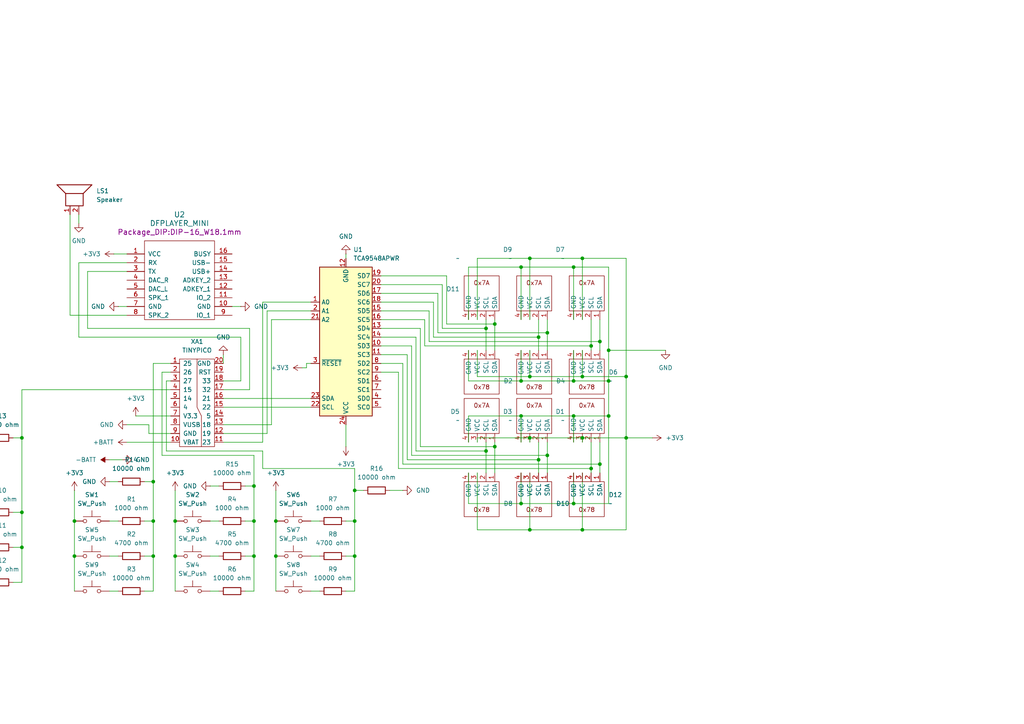
<source format=kicad_sch>
(kicad_sch (version 20250114) (generator "eeschema") (generator_version "9.0")
  (paper "A4")
  (lib_symbols
    (symbol "Device:R" (pin_numbers (hide yes)) (pin_names (offset 0))
      (property "Reference" "R" (at 2.032 0 90))
      (property "Value" "R" (at 0 0 90))
      (symbol "R_0_1"
        (rectangle (start -1.016 -2.54) (end 1.016 2.54) (stroke (width 0.254)))
      )
      (symbol "R_1_1"
        (pin passive line (at 0 3.81 270) (length 1.27) (name "~") (number "1"))
        (pin passive line (at 0 -3.81 90) (length 1.27) (name "~") (number "2"))
      )
    )
    (symbol "Device:Speaker" (pin_names (offset 0) (hide yes))
      (property "Reference" "LS" (at 1.27 5.715 0))
      (property "Value" "Speaker" (at 1.27 3.81 0))
      (symbol "Speaker_0_0"
        (rectangle (start -2.54 1.27) (end 1.016 -3.81) (stroke (width 0.254)))
        (polyline (pts (xy 1.016 1.27) (xy 3.556 3.81) (xy 3.556 -6.35) (xy 1.016 -3.81)) (stroke (width 0.254)))
      )
      (symbol "Speaker_1_1"
        (pin input line (at -5.08 0 0) (length 2.54) (name "1") (number "1"))
        (pin input line (at -5.08 -2.54 0) (length 2.54) (name "2") (number "2"))
      )
    )
    (symbol "Display_Graphic:0.66in_I2C_display_0x78"
      (property "Reference" "D" (at 0 0 0))
      (symbol "0.66in_I2C_display_0x78_0_1"
        (rectangle (start -5.08 11.43) (end 5.08 1.27))
      )
      (symbol "0.66in_I2C_display_0x78_1_1"
        (text "0x78" (at 0 3.302 0) (effects (font (size 1.27 1.27))))
        (pin input line (at -3.81 13.97 270) (length 2.54) (name "GND") (number "4"))
        (pin input line (at -1.27 13.97 270) (length 2.54) (name "VCC") (number "3"))
        (pin input line (at 1.27 13.97 270) (length 2.54) (name "SCL") (number "2"))
        (pin input line (at 3.81 13.97 270) (length 2.54) (name "SDA") (number "1"))
      )
    )
    (symbol "Display_Graphic:0.66in_I2C_display_0x7A"
      (property "Reference" "D" (at 0 0 0))
      (symbol "0.66in_I2C_display_0x7A_0_1"
        (rectangle (start -5.08 11.43) (end 5.08 1.27))
      )
      (symbol "0.66in_I2C_display_0x7A_1_1"
        (text "0x7A" (at 0 3.302 0) (effects (font (size 1.27 1.27))))
        (pin input line (at -3.81 13.97 270) (length 2.54) (name "GND") (number "4"))
        (pin input line (at -1.27 13.97 270) (length 2.54) (name "VCC") (number "3"))
        (pin input line (at 1.27 13.97 270) (length 2.54) (name "SCL") (number "2"))
        (pin input line (at 3.81 13.97 270) (length 2.54) (name "SDA") (number "1"))
      )
    )
    (symbol "Interface_Expansion:TCA9548APWR"
      (property "Reference" "U" (at -7.62 21.59 0))
      (property "Value" "TCA9548APWR" (at 1.016 21.59 0))
      (symbol "TCA9548APWR_0_1"
        (rectangle (start -7.62 20.32) (end 7.62 -22.86) (stroke (width 0.254)) (fill (type background)))
      )
      (symbol "TCA9548APWR_1_1"
        (pin input line (at -10.16 17.78 0) (length 2.54) (name "SCL") (number "22"))
        (pin bidirectional line (at -10.16 15.24 0) (length 2.54) (name "SDA") (number "23"))
        (pin input line (at -10.16 5.08 0) (length 2.54) (name "~{RESET}") (number "3"))
        (pin input line (at -10.16 -7.62 0) (length 2.54) (name "A2") (number "21"))
        (pin input line (at -10.16 -10.16 0) (length 2.54) (name "A1") (number "2"))
        (pin input line (at -10.16 -12.7 0) (length 2.54) (name "A0") (number "1"))
        (pin power_in line (at 0 22.86 270) (length 2.54) (name "VCC") (number "24"))
        (pin power_in line (at 0 -25.4 90) (length 2.54) (name "GND") (number "12"))
        (pin output line (at 10.16 17.78 180) (length 2.54) (name "SC0") (number "5"))
        (pin bidirectional line (at 10.16 15.24 180) (length 2.54) (name "SD0") (number "4"))
        (pin output line (at 10.16 12.7 180) (length 2.54) (name "SC1") (number "7"))
        (pin bidirectional line (at 10.16 10.16 180) (length 2.54) (name "SD1") (number "6"))
        (pin output line (at 10.16 7.62 180) (length 2.54) (name "SC2") (number "9"))
        (pin bidirectional line (at 10.16 5.08 180) (length 2.54) (name "SD2") (number "8"))
        (pin output line (at 10.16 2.54 180) (length 2.54) (name "SC3") (number "11"))
        (pin bidirectional line (at 10.16 0 180) (length 2.54) (name "SD3") (number "10"))
        (pin output line (at 10.16 -2.54 180) (length 2.54) (name "SC4") (number "14"))
        (pin bidirectional line (at 10.16 -5.08 180) (length 2.54) (name "SD4") (number "13"))
        (pin output line (at 10.16 -7.62 180) (length 2.54) (name "SC5") (number "16"))
        (pin bidirectional line (at 10.16 -10.16 180) (length 2.54) (name "SD5") (number "15"))
        (pin output line (at 10.16 -12.7 180) (length 2.54) (name "SC6") (number "18"))
        (pin bidirectional line (at 10.16 -15.24 180) (length 2.54) (name "SD6") (number "17"))
        (pin output line (at 10.16 -17.78 180) (length 2.54) (name "SC7") (number "20"))
        (pin bidirectional line (at 10.16 -20.32 180) (length 2.54) (name "SD7") (number "19"))
      )
    )
    (symbol "RF_Module:TINYPICO" (pin_names (offset 1.016))
      (property "Reference" "XA" (at 7.62 7.62 0))
      (property "Value" "TINYPICO" (at 7.62 3.81 0))
      (symbol "TINYPICO_0_1"
        (rectangle (start 2.54 1.27) (end 12.7 -24.13))
        (polyline (pts (xy 8.89 -24.13) (xy 8.89 -15.24) (xy 7.62 -12.7) (xy 7.62 1.27)))
      )
      (symbol "TINYPICO_1_1"
        (pin unspecified line (at 0 0 0) (length 2.54) (name "25") (number "1"))
        (pin unspecified line (at 0 -2.54 0) (length 2.54) (name "26") (number "2"))
        (pin unspecified line (at 0 -5.08 0) (length 2.54) (name "27") (number "3"))
        (pin unspecified line (at 0 -7.62 0) (length 2.54) (name "15") (number "4"))
        (pin unspecified line (at 0 -10.16 0) (length 2.54) (name "14") (number "5"))
        (pin unspecified line (at 0 -12.7 0) (length 2.54) (name "4") (number "6"))
        (pin passive line (at 0 -15.24 0) (length 2.54) (name "V3.3") (number "7"))
        (pin passive line (at 0 -17.78 0) (length 2.54) (name "VUSB") (number "8"))
        (pin passive line (at 0 -20.32 0) (length 2.54) (name "GND") (number "9"))
        (pin passive line (at 0 -22.86 0) (length 2.54) (name "VBAT") (number "10"))
        (pin passive line (at 15.24 0 180) (length 2.54) (name "GND") (number "20"))
        (pin unspecified line (at 15.24 -2.54 180) (length 2.54) (name "RST") (number "19"))
        (pin unspecified line (at 15.24 -5.08 180) (length 2.54) (name "33") (number "18"))
        (pin unspecified line (at 15.24 -7.62 180) (length 2.54) (name "32") (number "17"))
        (pin unspecified line (at 15.24 -10.16 180) (length 2.54) (name "21") (number "16"))
        (pin unspecified line (at 15.24 -12.7 180) (length 2.54) (name "22") (number "15"))
        (pin unspecified line (at 15.24 -15.24 180) (length 2.54) (name "5") (number "14"))
        (pin unspecified line (at 15.24 -17.78 180) (length 2.54) (name "18") (number "13"))
        (pin unspecified line (at 15.24 -20.32 180) (length 2.54) (name "19") (number "12"))
        (pin unspecified line (at 15.24 -22.86 180) (length 2.54) (name "23") (number "11"))
      )
    )
    (symbol "Rur Library.kicad:DFPLAYER_MINI" (pin_names (offset 1.016))
      (property "Reference" "U" (at 0 -6.35 0))
      (property "Value" "DFPLAYER_MINI" (at 0 11.43 0))
      (property "Footprint" "Package_DIP:DIP-16_W18.1mm" (at 0 0 0))
      (symbol "DFPLAYER_MINI_0_1"
        (rectangle (start -10.16 -10.16) (end 10.16 12.7))
      )
      (symbol "DFPLAYER_MINI_1_1"
        (pin input line (at -15.24 8.89 0) (length 5.08) (name "VCC") (number "1"))
        (pin input line (at -15.24 6.35 0) (length 5.08) (name "RX") (number "2"))
        (pin input line (at -15.24 3.81 0) (length 5.08) (name "TX") (number "3"))
        (pin input line (at -15.24 1.27 0) (length 5.08) (name "DAC_R") (number "4"))
        (pin input line (at -15.24 -1.27 0) (length 5.08) (name "DAC_L") (number "5"))
        (pin input line (at -15.24 -3.81 0) (length 5.08) (name "SPK_1") (number "6"))
        (pin input line (at -15.24 -6.35 0) (length 5.08) (name "GND") (number "7"))
        (pin input line (at -15.24 -8.89 0) (length 5.08) (name "SPK_2") (number "8"))
        (pin input line (at 15.24 8.89 180) (length 5.08) (name "BUSY") (number "16"))
        (pin input line (at 15.24 6.35 180) (length 5.08) (name "USB-") (number "15"))
        (pin input line (at 15.24 3.81 180) (length 5.08) (name "USB+") (number "14"))
        (pin input line (at 15.24 1.27 180) (length 5.08) (name "ADKEY_2") (number "13"))
        (pin input line (at 15.24 -1.27 180) (length 5.08) (name "ADKEY_1") (number "12"))
        (pin input line (at 15.24 -3.81 180) (length 5.08) (name "IO_2") (number "11"))
        (pin input line (at 15.24 -6.35 180) (length 5.08) (name "GND") (number "10"))
        (pin input line (at 15.24 -8.89 180) (length 5.08) (name "IO_1") (number "9"))
      )
    )
    (symbol "Switch:SW_Push" (pin_numbers (hide yes)) (pin_names (offset 1.016) (hide yes))
      (property "Reference" "SW" (at 1.27 2.54 0))
      (property "Value" "SW_Push" (at 0 -1.524 0))
      (symbol "SW_Push_0_1"
        (circle (center -2.032 0) (radius 0.508))
        (polyline (pts (xy 0 1.27) (xy 0 3.048)))
        (circle (center 2.032 0) (radius 0.508))
        (polyline (pts (xy 2.54 1.27) (xy -2.54 1.27)))
        (pin passive line (at -5.08 0 0) (length 2.54) (name "1") (number "1"))
        (pin passive line (at 5.08 0 180) (length 2.54) (name "2") (number "2"))
      )
    )
    (symbol "power:+3V3" (power) (pin_numbers (hide yes)) (pin_names (offset 0) (hide yes))
      (property "Value" "+3V3" (at 0 3.556 0))
      (symbol "+3V3_0_1"
        (polyline (pts (xy -0.762 1.27) (xy 0 2.54)))
        (polyline (pts (xy 0 2.54) (xy 0.762 1.27)))
        (polyline (pts (xy 0 0) (xy 0 2.54)))
      )
      (symbol "+3V3_1_1"
        (pin power_in line (at 0 0 90) (length 0) (name "~") (number "1"))
      )
    )
    (symbol "power:+BATT" (power) (pin_numbers (hide yes)) (pin_names (offset 0) (hide yes))
      (property "Value" "+BATT" (at 0 3.556 0))
      (symbol "+BATT_0_1"
        (polyline (pts (xy -0.762 1.27) (xy 0 2.54)))
        (polyline (pts (xy 0 2.54) (xy 0.762 1.27)))
        (polyline (pts (xy 0 0) (xy 0 2.54)))
      )
      (symbol "+BATT_1_1"
        (pin power_in line (at 0 0 90) (length 0) (name "~") (number "1"))
      )
    )
    (symbol "power:-BATT" (power) (pin_numbers (hide yes)) (pin_names (offset 0) (hide yes))
      (property "Value" "-BATT" (at 0 3.556 0))
      (symbol "-BATT_0_1"
        (polyline (pts (xy 0 0) (xy 0 2.54)))
        (polyline (pts (xy 0.762 1.27) (xy -0.762 1.27) (xy 0 2.54) (xy 0.762 1.27)) (fill (type outline)))
      )
      (symbol "-BATT_1_1"
        (pin power_in line (at 0 0 90) (length 0) (name "~") (number "1"))
      )
    )
    (symbol "power:GND" (power) (pin_numbers (hide yes)) (pin_names (offset 0) (hide yes))
      (property "Value" "GND" (at 0 -3.81 0))
      (symbol "GND_0_1"
        (polyline (pts (xy 0 0) (xy 0 -1.27) (xy 1.27 -1.27) (xy 0 -2.54) (xy -1.27 -1.27) (xy 0 -1.27)))
      )
      (symbol "GND_1_1"
        (pin power_in line (at 0 0 270) (length 0) (name "~") (number "1"))
      )
    )
  )
  (junction (at 6.35 148.59))
  (junction (at 140.97 130.81))
  (junction (at 171.45 100.33))
  (junction (at 166.37 120.65))
  (junction (at 173.99 134.62))
  (junction (at 102.87 151.13))
  (junction (at 153.67 153.67))
  (junction (at 176.53 110.49))
  (junction (at 171.45 135.89))
  (junction (at 156.21 97.79))
  (junction (at 6.35 158.75))
  (junction (at 168.91 74.93))
  (junction (at 168.91 109.22))
  (junction (at 166.37 110.49))
  (junction (at 143.51 129.54))
  (junction (at 50.8 161.29))
  (junction (at 102.87 161.29))
  (junction (at 44.45 139.7))
  (junction (at 168.91 127))
  (junction (at 44.45 151.13))
  (junction (at 158.75 132.08))
  (junction (at 173.99 99.06))
  (junction (at 153.67 74.93))
  (junction (at 156.21 133.35))
  (junction (at 80.01 161.29))
  (junction (at 102.87 142.24))
  (junction (at 181.61 109.22))
  (junction (at 166.37 77.47))
  (junction (at -16.51 158.75))
  (junction (at 73.66 151.13))
  (junction (at 6.35 127))
  (junction (at 80.01 151.13))
  (junction (at 181.61 127))
  (junction (at 73.66 161.29))
  (junction (at 166.37 146.05))
  (junction (at 50.8 151.13))
  (junction (at 21.59 151.13))
  (junction (at 153.67 109.22))
  (junction (at 140.97 95.25))
  (junction (at 44.45 161.29))
  (junction (at 151.13 77.47))
  (junction (at 73.66 140.97))
  (junction (at 176.53 120.65))
  (junction (at -16.51 148.59))
  (junction (at 153.67 127))
  (junction (at 151.13 120.65))
  (junction (at 151.13 146.05))
  (junction (at 21.59 161.29))
  (junction (at 168.91 153.67))
  (junction (at 176.53 101.6))
  (junction (at 158.75 96.52))
  (junction (at 143.51 93.98))
  (junction (at 151.13 110.49))
  (wire (pts (xy 22.86 97.79) (xy 69.85 97.79)))
  (wire (pts (xy 128.27 95.25) (xy 128.27 82.55)))
  (wire (pts (xy 151.13 120.65) (xy 151.13 128.27)))
  (wire (pts (xy 71.12 161.29) (xy 73.66 161.29)))
  (wire (pts (xy 41.91 139.7) (xy 44.45 139.7)))
  (wire (pts (xy 168.91 127) (xy 168.91 128.27)))
  (wire (pts (xy 168.91 109.22) (xy 153.67 109.22)))
  (wire (pts (xy 77.47 90.17) (xy 90.17 90.17)))
  (wire (pts (xy 156.21 97.79) (xy 156.21 101.6)))
  (wire (pts (xy 140.97 92.71) (xy 140.97 95.25)))
  (wire (pts (xy 6.35 168.91) (xy 6.35 158.75)))
  (wire (pts (xy 168.91 74.93) (xy 153.67 74.93)))
  (wire (pts (xy 41.91 171.45) (xy 44.45 171.45)))
  (wire (pts (xy -16.51 148.59) (xy -16.51 158.75)))
  (wire (pts (xy 102.87 171.45) (xy 102.87 161.29)))
  (wire (pts (xy 166.37 120.65) (xy 151.13 120.65)))
  (wire (pts (xy 88.9 106.68) (xy 87.63 106.68)))
  (wire (pts (xy 138.43 109.22) (xy 138.43 101.6)))
  (wire (pts (xy 176.53 77.47) (xy 176.53 101.6)))
  (wire (pts (xy 48.26 130.81) (xy 48.26 110.49)))
  (wire (pts (xy 129.54 93.98) (xy 129.54 80.01)))
  (wire (pts (xy 3.81 158.75) (xy 6.35 158.75)))
  (wire (pts (xy 6.35 148.59) (xy 6.35 127)))
  (wire (pts (xy 64.77 128.27) (xy 76.2 128.27)))
  (wire (pts (xy 36.83 123.19) (xy 43.18 123.19)))
  (wire (pts (xy 39.37 120.65) (xy 49.53 120.65)))
  (wire (pts (xy 73.66 161.29) (xy 73.66 151.13)))
  (wire (pts (xy 143.51 93.98) (xy 129.54 93.98)))
  (wire (pts (xy 80.01 142.24) (xy 80.01 151.13)))
  (wire (pts (xy 158.75 128.27) (xy 158.75 132.08)))
  (wire (pts (xy 110.49 102.87) (xy 118.11 102.87)))
  (wire (pts (xy 123.19 92.71) (xy 123.19 100.33)))
  (wire (pts (xy 25.4 95.25) (xy 25.4 78.74)))
  (wire (pts (xy 124.46 90.17) (xy 110.49 90.17)))
  (wire (pts (xy 127 96.52) (xy 127 85.09)))
  (wire (pts (xy 153.67 109.22) (xy 153.67 101.6)))
  (wire (pts (xy 156.21 97.79) (xy 125.73 97.79)))
  (wire (pts (xy 166.37 77.47) (xy 151.13 77.47)))
  (wire (pts (xy 3.81 168.91) (xy 6.35 168.91)))
  (wire (pts (xy 90.17 161.29) (xy 92.71 161.29)))
  (wire (pts (xy 69.85 97.79) (xy 69.85 110.49)))
  (wire (pts (xy 43.18 123.19) (xy 43.18 125.73)))
  (wire (pts (xy 71.12 171.45) (xy 73.66 171.45)))
  (wire (pts (xy 153.67 127) (xy 153.67 128.27)))
  (wire (pts (xy 168.91 153.67) (xy 181.61 153.67)))
  (wire (pts (xy 168.91 153.67) (xy 153.67 153.67)))
  (wire (pts (xy 181.61 127) (xy 189.23 127)))
  (wire (pts (xy 181.61 74.93) (xy 168.91 74.93)))
  (wire (pts (xy 118.11 133.35) (xy 156.21 133.35)))
  (wire (pts (xy 166.37 110.49) (xy 166.37 101.6)))
  (wire (pts (xy 151.13 146.05) (xy 166.37 146.05)))
  (wire (pts (xy 168.91 127) (xy 153.67 127)))
  (wire (pts (xy 128.27 82.55) (xy 110.49 82.55)))
  (wire (pts (xy 69.85 110.49) (xy 64.77 110.49)))
  (wire (pts (xy 176.53 101.6) (xy 176.53 110.49)))
  (wire (pts (xy 181.61 109.22) (xy 168.91 109.22)))
  (wire (pts (xy 135.89 110.49) (xy 135.89 101.6)))
  (wire (pts (xy 173.99 134.62) (xy 116.84 134.62)))
  (wire (pts (xy 64.77 123.19) (xy 78.74 123.19)))
  (wire (pts (xy 138.43 153.67) (xy 153.67 153.67)))
  (wire (pts (xy 143.51 129.54) (xy 121.92 129.54)))
  (wire (pts (xy 25.4 78.74) (xy 36.83 78.74)))
  (wire (pts (xy 22.86 76.2) (xy 22.86 97.79)))
  (wire (pts (xy 44.45 171.45) (xy 44.45 161.29)))
  (wire (pts (xy 173.99 128.27) (xy 173.99 134.62)))
  (wire (pts (xy -6.35 148.59) (xy -3.81 148.59)))
  (wire (pts (xy 110.49 97.79) (xy 120.65 97.79)))
  (wire (pts (xy 151.13 77.47) (xy 151.13 92.71)))
  (wire (pts (xy 153.67 74.93) (xy 153.67 92.71)))
  (wire (pts (xy 119.38 100.33) (xy 110.49 100.33)))
  (wire (pts (xy 151.13 120.65) (xy 135.89 120.65)))
  (wire (pts (xy 166.37 120.65) (xy 166.37 128.27)))
  (wire (pts (xy 151.13 146.05) (xy 151.13 137.16)))
  (wire (pts (xy 115.57 135.89) (xy 171.45 135.89)))
  (wire (pts (xy 171.45 135.89) (xy 171.45 137.16)))
  (wire (pts (xy 119.38 132.08) (xy 119.38 100.33)))
  (wire (pts (xy 73.66 171.45) (xy 73.66 161.29)))
  (wire (pts (xy 135.89 146.05) (xy 151.13 146.05)))
  (wire (pts (xy 21.59 151.13) (xy 21.59 161.29)))
  (wire (pts (xy 73.66 151.13) (xy 73.66 140.97)))
  (wire (pts (xy 100.33 171.45) (xy 102.87 171.45)))
  (wire (pts (xy 76.2 87.63) (xy 90.17 87.63)))
  (wire (pts (xy 151.13 77.47) (xy 135.89 77.47)))
  (wire (pts (xy 78.74 123.19) (xy 78.74 92.71)))
  (wire (pts (xy 125.73 97.79) (xy 125.73 87.63)))
  (wire (pts (xy 156.21 133.35) (xy 156.21 137.16)))
  (wire (pts (xy 166.37 146.05) (xy 166.37 137.16)))
  (wire (pts (xy 171.45 100.33) (xy 171.45 101.6)))
  (wire (pts (xy 176.53 101.6) (xy 193.04 101.6)))
  (wire (pts (xy 173.99 99.06) (xy 173.99 101.6)))
  (wire (pts (xy 100.33 161.29) (xy 102.87 161.29)))
  (wire (pts (xy 102.87 142.24) (xy 102.87 135.89)))
  (wire (pts (xy 31.75 161.29) (xy 34.29 161.29)))
  (wire (pts (xy 176.53 120.65) (xy 166.37 120.65)))
  (wire (pts (xy 64.77 113.03) (xy 72.39 113.03)))
  (wire (pts (xy 173.99 92.71) (xy 173.99 99.06)))
  (wire (pts (xy 80.01 151.13) (xy 80.01 161.29)))
  (wire (pts (xy 44.45 151.13) (xy 44.45 139.7)))
  (wire (pts (xy 140.97 95.25) (xy 128.27 95.25)))
  (wire (pts (xy 80.01 161.29) (xy 80.01 171.45)))
  (wire (pts (xy 135.89 77.47) (xy 135.89 92.71)))
  (wire (pts (xy 140.97 128.27) (xy 140.97 130.81)))
  (wire (pts (xy 120.65 130.81) (xy 140.97 130.81)))
  (wire (pts (xy 44.45 161.29) (xy 44.45 151.13)))
  (wire (pts (xy 140.97 130.81) (xy 140.97 137.16)))
  (wire (pts (xy 135.89 120.65) (xy 135.89 128.27)))
  (wire (pts (xy 168.91 137.16) (xy 168.91 153.67)))
  (wire (pts (xy -6.35 158.75) (xy -3.81 158.75)))
  (wire (pts (xy -5.08 127) (xy -3.81 127)))
  (wire (pts (xy 123.19 100.33) (xy 171.45 100.33)))
  (wire (pts (xy 143.51 128.27) (xy 143.51 129.54)))
  (wire (pts (xy 138.43 74.93) (xy 138.43 92.71)))
  (wire (pts (xy 113.03 142.24) (xy 116.84 142.24)))
  (wire (pts (xy 181.61 127) (xy 168.91 127)))
  (wire (pts (xy 118.11 102.87) (xy 118.11 133.35)))
  (wire (pts (xy 171.45 128.27) (xy 171.45 135.89)))
  (wire (pts (xy 143.51 92.71) (xy 143.51 93.98)))
  (wire (pts (xy 143.51 129.54) (xy 143.51 137.16)))
  (wire (pts (xy 50.8 151.13) (xy 50.8 161.29)))
  (wire (pts (xy 21.59 161.29) (xy 21.59 171.45)))
  (wire (pts (xy 6.35 158.75) (xy 6.35 148.59)))
  (wire (pts (xy 3.81 127) (xy 6.35 127)))
  (wire (pts (xy 60.96 171.45) (xy 63.5 171.45)))
  (wire (pts (xy 156.21 92.71) (xy 156.21 97.79)))
  (wire (pts (xy 125.73 87.63) (xy 110.49 87.63)))
  (wire (pts (xy 102.87 142.24) (xy 105.41 142.24)))
  (wire (pts (xy 46.99 107.95) (xy 49.53 107.95)))
  (wire (pts (xy 100.33 73.66) (xy 100.33 74.93)))
  (wire (pts (xy 46.99 132.08) (xy 46.99 107.95)))
  (wire (pts (xy 60.96 161.29) (xy 63.5 161.29)))
  (wire (pts (xy 73.66 140.97) (xy 73.66 132.08)))
  (wire (pts (xy 181.61 153.67) (xy 181.61 127)))
  (wire (pts (xy -16.51 158.75) (xy -16.51 168.91)))
  (wire (pts (xy 78.74 92.71) (xy 90.17 92.71)))
  (wire (pts (xy 102.87 135.89) (xy 76.2 135.89)))
  (wire (pts (xy 143.51 93.98) (xy 143.51 101.6)))
  (wire (pts (xy 44.45 105.41) (xy 49.53 105.41)))
  (wire (pts (xy 166.37 146.05) (xy 176.53 146.05)))
  (wire (pts (xy 138.43 127) (xy 138.43 128.27)))
  (wire (pts (xy 60.96 140.97) (xy 63.5 140.97)))
  (wire (pts (xy 100.33 151.13) (xy 102.87 151.13)))
  (wire (pts (xy 158.75 92.71) (xy 158.75 96.52)))
  (wire (pts (xy 31.75 151.13) (xy 34.29 151.13)))
  (wire (pts (xy 41.91 161.29) (xy 44.45 161.29)))
  (wire (pts (xy 120.65 97.79) (xy 120.65 130.81)))
  (wire (pts (xy 124.46 99.06) (xy 124.46 90.17)))
  (wire (pts (xy 166.37 110.49) (xy 151.13 110.49)))
  (wire (pts (xy 36.83 128.27) (xy 49.53 128.27)))
  (wire (pts (xy 76.2 130.81) (xy 48.26 130.81)))
  (wire (pts (xy 176.53 77.47) (xy 166.37 77.47)))
  (wire (pts (xy 102.87 151.13) (xy 102.87 142.24)))
  (wire (pts (xy 116.84 105.41) (xy 110.49 105.41)))
  (wire (pts (xy -6.35 168.91) (xy -3.81 168.91)))
  (wire (pts (xy 71.12 140.97) (xy 73.66 140.97)))
  (wire (pts (xy 176.53 110.49) (xy 176.53 120.65)))
  (wire (pts (xy 151.13 110.49) (xy 135.89 110.49)))
  (wire (pts (xy 168.91 109.22) (xy 168.91 101.6)))
  (wire (pts (xy 100.33 123.19) (xy 100.33 129.54)))
  (wire (pts (xy 102.87 161.29) (xy 102.87 151.13)))
  (wire (pts (xy -16.51 139.7) (xy -16.51 148.59)))
  (wire (pts (xy 31.75 171.45) (xy 34.29 171.45)))
  (wire (pts (xy 153.67 109.22) (xy 138.43 109.22)))
  (wire (pts (xy 64.77 115.57) (xy 90.17 115.57)))
  (wire (pts (xy 153.67 74.93) (xy 138.43 74.93)))
  (wire (pts (xy 43.18 125.73) (xy 49.53 125.73)))
  (wire (pts (xy 71.12 151.13) (xy 73.66 151.13)))
  (wire (pts (xy 171.45 92.71) (xy 171.45 100.33)))
  (wire (pts (xy 64.77 102.87) (xy 64.77 105.41)))
  (wire (pts (xy 168.91 74.93) (xy 168.91 92.71)))
  (wire (pts (xy 31.75 139.7) (xy 34.29 139.7)))
  (wire (pts (xy 153.67 153.67) (xy 153.67 137.16)))
  (wire (pts (xy 36.83 76.2) (xy 22.86 76.2)))
  (wire (pts (xy 127 85.09) (xy 110.49 85.09)))
  (wire (pts (xy 33.02 73.66) (xy 36.83 73.66)))
  (wire (pts (xy 140.97 95.25) (xy 140.97 101.6)))
  (wire (pts (xy 64.77 125.73) (xy 77.47 125.73)))
  (wire (pts (xy 176.53 120.65) (xy 176.53 146.05)))
  (wire (pts (xy 138.43 137.16) (xy 138.43 153.67)))
  (wire (pts (xy 121.92 129.54) (xy 121.92 95.25)))
  (wire (pts (xy 129.54 80.01) (xy 110.49 80.01)))
  (wire (pts (xy 77.47 125.73) (xy 77.47 90.17)))
  (wire (pts (xy 73.66 132.08) (xy 46.99 132.08)))
  (wire (pts (xy 21.59 142.24) (xy 21.59 151.13)))
  (wire (pts (xy 158.75 132.08) (xy 158.75 137.16)))
  (wire (pts (xy 90.17 171.45) (xy 92.71 171.45)))
  (wire (pts (xy 135.89 137.16) (xy 135.89 146.05)))
  (wire (pts (xy 176.53 110.49) (xy 166.37 110.49)))
  (wire (pts (xy 6.35 113.03) (xy 49.53 113.03)))
  (wire (pts (xy 158.75 132.08) (xy 119.38 132.08)))
  (wire (pts (xy 166.37 77.47) (xy 166.37 92.71)))
  (wire (pts (xy 22.86 62.23) (xy 22.86 64.77)))
  (wire (pts (xy 50.8 142.24) (xy 50.8 151.13)))
  (wire (pts (xy 20.32 91.44) (xy 20.32 62.23)))
  (wire (pts (xy 121.92 95.25) (xy 110.49 95.25)))
  (wire (pts (xy 173.99 134.62) (xy 173.99 137.16)))
  (wire (pts (xy 48.26 110.49) (xy 49.53 110.49)))
  (wire (pts (xy 44.45 139.7) (xy 44.45 105.41)))
  (wire (pts (xy 41.91 151.13) (xy 44.45 151.13)))
  (wire (pts (xy 72.39 95.25) (xy 25.4 95.25)))
  (wire (pts (xy 88.9 105.41) (xy 88.9 106.68)))
  (wire (pts (xy 110.49 107.95) (xy 115.57 107.95)))
  (wire (pts (xy 116.84 134.62) (xy 116.84 105.41)))
  (wire (pts (xy 60.96 151.13) (xy 63.5 151.13)))
  (wire (pts (xy 76.2 128.27) (xy 76.2 87.63)))
  (wire (pts (xy 151.13 110.49) (xy 151.13 101.6)))
  (wire (pts (xy 36.83 91.44) (xy 20.32 91.44)))
  (wire (pts (xy 88.9 105.41) (xy 90.17 105.41)))
  (wire (pts (xy 67.31 88.9) (xy 69.85 88.9)))
  (wire (pts (xy 115.57 107.95) (xy 115.57 135.89)))
  (wire (pts (xy 31.75 133.35) (xy 35.56 133.35)))
  (wire (pts (xy 156.21 128.27) (xy 156.21 133.35)))
  (wire (pts (xy 181.61 74.93) (xy 181.61 109.22)))
  (wire (pts (xy 72.39 113.03) (xy 72.39 95.25)))
  (wire (pts (xy 64.77 118.11) (xy 90.17 118.11)))
  (wire (pts (xy 6.35 127) (xy 6.35 113.03)))
  (wire (pts (xy 50.8 161.29) (xy 50.8 171.45)))
  (wire (pts (xy 153.67 127) (xy 138.43 127)))
  (wire (pts (xy 158.75 96.52) (xy 158.75 101.6)))
  (wire (pts (xy 110.49 92.71) (xy 123.19 92.71)))
  (wire (pts (xy 34.29 88.9) (xy 36.83 88.9)))
  (wire (pts (xy 76.2 135.89) (xy 76.2 130.81)))
  (wire (pts (xy 158.75 96.52) (xy 127 96.52)))
  (wire (pts (xy 3.81 148.59) (xy 6.35 148.59)))
  (wire (pts (xy 173.99 99.06) (xy 124.46 99.06)))
  (wire (pts (xy 181.61 127) (xy 181.61 109.22)))
  (wire (pts (xy 90.17 151.13) (xy 92.71 151.13)))
  (symbol (lib_id "Display_Graphic:0.66in_I2C_display_0x7A") (at 154.94 78.74 0) (mirror x) (unit 1)
    (property "Reference" "D9" (at 148.59 72.3899 0) (effects (justify right)))
    (property "Value" "~" (at 148.59 74.9299 0) (effects (justify right)))
    (property "Footprint" "Package_DIP:Display_0.66in_0x7A" (effects (hide yes)))
  )
  (symbol (lib_id "Device:R") (at 67.31 151.13 90) (unit 1)
    (property "Reference" "R4" (at 67.31 144.78 90))
    (property "Value" "1000 ohm" (at 67.31 147.32 90))
    (property "Footprint" "Resistor_SMD:R_1206_3216Metric" (effects (hide yes)))
    (property "Description" "Resistor" (effects (hide yes)))
  )
  (symbol (lib_id "power:GND") (at 60.96 140.97 270) (unit 1)
    (property "Reference" "#PWR021" (effects (hide yes)))
    (property "Value" "GND" (at 57.15 140.9699 90) (effects (justify right)))
    (property "Description" "Power symbol creates a global label with name \"GND\" , ground" (effects (hide yes)))
  )
  (symbol (lib_id "power:GND") (at -5.08 127 270) (unit 1)
    (property "Reference" "#PWR023" (effects (hide yes)))
    (property "Value" "GND" (at -8.89 126.9999 90) (effects (justify right)))
    (property "Description" "Power symbol creates a global label with name \"GND\" , ground" (effects (hide yes)))
  )
  (symbol (lib_id "Display_Graphic:0.66in_I2C_display_0x78") (at 139.7 115.57 0) (unit 1)
    (property "Reference" "D2" (at 146.05 110.4899 0) (effects (justify left)))
    (property "Value" "~" (at 146.05 110.4899 0) (effects (justify left)))
    (property "Footprint" "Package_DIP:Display_0.66in_0x78" (effects (hide yes)))
  )
  (symbol (lib_id "power:GND") (at 100.33 73.66 180) (unit 1)
    (property "Reference" "#PWR02" (effects (hide yes)))
    (property "Value" "GND" (at 100.33 68.58 0))
    (property "Description" "Power symbol creates a global label with name \"GND\" , ground" (effects (hide yes)))
  )
  (symbol (lib_id "power:+3V3") (at 100.33 129.54 180) (unit 1)
    (property "Reference" "#PWR01" (effects (hide yes)))
    (property "Value" "+3V3" (at 100.33 134.62 0))
    (property "Description" "Power symbol creates a global label with name \"+3V3\"" (effects (hide yes)))
  )
  (symbol (lib_id "power:+3V3") (at 80.01 142.24 0) (unit 1)
    (property "Reference" "#PWR010" (effects (hide yes)))
    (property "Value" "+3V3" (at 80.01 137.16 0))
    (property "Description" "Power symbol creates a global label with name \"+3V3\"" (effects (hide yes)))
  )
  (symbol (lib_id "Switch:SW_Push") (at 26.67 171.45 0) (unit 1)
    (property "Reference" "SW9" (at 26.67 163.83 0))
    (property "Value" "SW_Push" (at 26.67 166.37 0))
    (property "Footprint" "Button_Switch_SMD:Cherry ULP SMD" (effects (hide yes)))
    (property "Description" "Push button switch, generic, two pins" (effects (hide yes)))
  )
  (symbol (lib_id "power:GND") (at 193.04 101.6 0) (unit 1)
    (property "Reference" "#PWR018" (effects (hide yes)))
    (property "Value" "GND" (at 193.04 106.68 0))
    (property "Description" "Power symbol creates a global label with name \"GND\" , ground" (effects (hide yes)))
  )
  (symbol (lib_id "Display_Graphic:0.66in_I2C_display_0x7A") (at 170.18 114.3 0) (mirror x) (unit 1)
    (property "Reference" "D1" (at 163.83 119.3799 0) (effects (justify right)))
    (property "Value" "~" (at 163.83 121.9199 0) (effects (justify right)))
    (property "Footprint" "Package_DIP:Display_0.66in_0x7A" (effects (hide yes)))
  )
  (symbol (lib_id "Switch:SW_Push") (at 85.09 161.29 0) (unit 1)
    (property "Reference" "SW7" (at 85.09 153.67 0))
    (property "Value" "SW_Push" (at 85.09 156.21 0))
    (property "Footprint" "Button_Switch_SMD:Cherry ULP SMD" (effects (hide yes)))
    (property "Description" "Push button switch, generic, two pins" (effects (hide yes)))
  )
  (symbol (lib_id "power:GND") (at 22.86 64.77 0) (unit 1)
    (property "Reference" "#PWR07" (effects (hide yes)))
    (property "Value" "GND" (at 22.86 69.85 0))
    (property "Description" "Power symbol creates a global label with name \"GND\" , ground" (effects (hide yes)))
  )
  (symbol (lib_id "Device:R") (at 67.31 161.29 90) (unit 1)
    (property "Reference" "R5" (at 67.31 154.94 90))
    (property "Value" "4700 ohm" (at 67.31 157.48 90))
    (property "Footprint" "Resistor_SMD:R_1206_3216Metric" (effects (hide yes)))
    (property "Description" "Resistor" (effects (hide yes)))
  )
  (symbol (lib_id "power:+3V3") (at 50.8 142.24 0) (unit 1)
    (property "Reference" "#PWR09" (effects (hide yes)))
    (property "Value" "+3V3" (at 50.8 137.16 0))
    (property "Description" "Power symbol creates a global label with name \"+3V3\"" (effects (hide yes)))
  )
  (symbol (lib_id "power:GND") (at 31.75 139.7 270) (unit 1)
    (property "Reference" "#PWR022" (effects (hide yes)))
    (property "Value" "GND" (at 27.94 139.6999 90) (effects (justify right)))
    (property "Description" "Power symbol creates a global label with name \"GND\" , ground" (effects (hide yes)))
  )
  (symbol (lib_id "Device:Speaker") (at 20.32 57.15 90) (unit 1)
    (property "Reference" "LS1" (at 27.94 55.3719 90) (effects (justify right)))
    (property "Value" "Speaker" (at 27.94 57.9119 90) (effects (justify right)))
    (property "Footprint" "Buzzer_Beeper:Buzzer_12x9.5RM7.6" (effects (hide yes)))
    (property "Description" "Speaker" (effects (hide yes)))
  )
  (symbol (lib_id "Device:R") (at 0 168.91 90) (unit 1)
    (property "Reference" "R12" (at 0 162.56 90))
    (property "Value" "10000 ohm" (at 0 165.1 90))
    (property "Footprint" "Resistor_SMD:R_1206_3216Metric" (effects (hide yes)))
    (property "Description" "Resistor" (effects (hide yes)))
  )
  (symbol (lib_id "Display_Graphic:0.66in_I2C_display_0x78") (at 139.7 151.13 0) (unit 1)
    (property "Reference" "D8" (at 146.05 146.0499 0) (effects (justify left)))
    (property "Value" "~" (at 146.05 146.0499 0) (effects (justify left)))
    (property "Footprint" "Package_DIP:Display_0.66in_0x78" (effects (hide yes)))
  )
  (symbol (lib_id "power:+3V3") (at 39.37 120.65 0) (unit 1)
    (property "Reference" "#PWR012" (effects (hide yes)))
    (property "Value" "+3V3" (at 39.37 115.57 0))
    (property "Description" "Power symbol creates a global label with name \"+3V3\"" (effects (hide yes)))
  )
  (symbol (lib_id "Switch:SW_Push") (at 85.09 151.13 0) (unit 1)
    (property "Reference" "SW6" (at 85.09 143.51 0))
    (property "Value" "SW_Push" (at 85.09 146.05 0))
    (property "Footprint" "Button_Switch_SMD:Cherry ULP SMD" (effects (hide yes)))
    (property "Description" "Push button switch, generic, two pins" (effects (hide yes)))
  )
  (symbol (lib_id "Display_Graphic:0.66in_I2C_display_0x7A") (at 154.94 114.3 0) (mirror x) (unit 1)
    (property "Reference" "D3" (at 148.59 119.3799 0) (effects (justify right)))
    (property "Value" "~" (at 148.59 121.9199 0) (effects (justify right)))
    (property "Footprint" "Package_DIP:Display_0.66in_0x7A" (effects (hide yes)))
  )
  (symbol (lib_id "Interface_Expansion:TCA9548APWR") (at 100.33 100.33 0) (mirror x) (unit 1)
    (property "Reference" "U1" (at 102.4733 72.39 0) (effects (justify left)))
    (property "Value" "TCA9548APWR" (at 102.4733 74.93 0) (effects (justify left)))
    (property "Footprint" "Package_SO:TSSOP-24_4.4x7.8mm_P0.65mm" (effects (hide yes)))
    (property "Datasheet" "http://www.ti.com/lit/ds/symlink/tca9548a.pdf" (effects (hide yes)))
    (property "Description" "Low voltage 8-channel I2C switch with reset, TSSOP-24" (effects (hide yes)))
  )
  (symbol (lib_id "power:+BATT") (at 36.83 128.27 90) (unit 1)
    (property "Reference" "#PWR014" (effects (hide yes)))
    (property "Value" "+BATT" (at 33.02 128.2699 90) (effects (justify left)))
    (property "Description" "Power symbol creates a global label with name \"+BATT\"" (effects (hide yes)))
  )
  (symbol (lib_id "Switch:SW_Push") (at 26.67 161.29 0) (unit 1)
    (property "Reference" "SW5" (at 26.67 153.67 0))
    (property "Value" "SW_Push" (at 26.67 156.21 0))
    (property "Footprint" "Button_Switch_SMD:Cherry ULP SMD" (effects (hide yes)))
    (property "Description" "Push button switch, generic, two pins" (effects (hide yes)))
  )
  (symbol (lib_id "Switch:SW_Push") (at 26.67 151.13 0) (unit 1)
    (property "Reference" "SW1" (at 26.67 143.51 0))
    (property "Value" "SW_Push" (at 26.67 146.05 0))
    (property "Footprint" "Button_Switch_SMD:Cherry ULP SMD" (effects (hide yes)))
    (property "Description" "Push button switch, generic, two pins" (effects (hide yes)))
  )
  (symbol (lib_id "Device:R") (at 96.52 171.45 90) (unit 1)
    (property "Reference" "R9" (at 96.52 165.1 90))
    (property "Value" "10000 ohm" (at 96.52 167.64 90))
    (property "Footprint" "Resistor_SMD:R_1206_3216Metric" (effects (hide yes)))
    (property "Description" "Resistor" (effects (hide yes)))
  )
  (symbol (lib_id "Device:R") (at 38.1 171.45 90) (unit 1)
    (property "Reference" "R3" (at 38.1 165.1 90))
    (property "Value" "10000 ohm" (at 38.1 167.64 90))
    (property "Footprint" "Resistor_SMD:R_1206_3216Metric" (effects (hide yes)))
    (property "Description" "Resistor" (effects (hide yes)))
  )
  (symbol (lib_id "Device:R") (at 38.1 161.29 90) (unit 1)
    (property "Reference" "R2" (at 38.1 154.94 90))
    (property "Value" "4700 ohm" (at 38.1 157.48 90))
    (property "Footprint" "Resistor_SMD:R_1206_3216Metric" (effects (hide yes)))
    (property "Description" "Resistor" (effects (hide yes)))
  )
  (symbol (lib_id "Switch:SW_Push") (at 55.88 161.29 0) (unit 1)
    (property "Reference" "SW3" (at 55.88 153.67 0))
    (property "Value" "SW_Push" (at 55.88 156.21 0))
    (property "Footprint" "Button_Switch_SMD:Cherry ULP SMD" (effects (hide yes)))
    (property "Description" "Push button switch, generic, two pins" (effects (hide yes)))
  )
  (symbol (lib_id "Display_Graphic:0.66in_I2C_display_0x78") (at 170.18 115.57 0) (unit 1)
    (property "Reference" "D6" (at 176.53 107.9499 0) (effects (justify left)))
    (property "Value" "~" (at 176.53 110.4899 0) (effects (justify left)))
    (property "Footprint" "Package_DIP:Display_0.66in_0x78" (effects (hide yes)))
  )
  (symbol (lib_id "Rur Library.kicad:DFPLAYER_MINI") (at 52.07 82.55 0) (unit 1)
    (property "Reference" "U2" (at 52.07 62.23 0) (effects (font (size 1.524 1.524))))
    (property "Value" "DFPLAYER_MINI" (at 52.07 64.77 0) (effects (font (size 1.524 1.524))))
    (property "Footprint" "Package_DIP:DIP-16_W18.1mm" (at 52.07 67.31 0) (effects (font (size 1.524 1.524))))
  )
  (symbol (lib_id "Device:R") (at 67.31 140.97 90) (unit 1)
    (property "Reference" "R15" (at 67.31 134.62 90))
    (property "Value" "10000 ohm" (at 67.31 137.16 90))
    (property "Footprint" "Resistor_SMD:R_1206_3216Metric" (effects (hide yes)))
    (property "Description" "Resistor" (effects (hide yes)))
  )
  (symbol (lib_id "power:GND") (at 35.56 133.35 90) (unit 1)
    (property "Reference" "#PWR016" (effects (hide yes)))
    (property "Value" "GND" (at 39.37 133.3499 90) (effects (justify right)))
    (property "Description" "Power symbol creates a global label with name \"GND\" , ground" (effects (hide yes)))
  )
  (symbol (lib_id "Switch:SW_Push") (at -11.43 148.59 0) (unit 1)
    (property "Reference" "SW10" (at -11.43 140.97 0))
    (property "Value" "SW_Push" (at -11.43 143.51 0))
    (property "Footprint" "Button_Switch_SMD:Cherry ULP SMD" (effects (hide yes)))
    (property "Description" "Push button switch, generic, two pins" (effects (hide yes)))
  )
  (symbol (lib_id "power:GND") (at 34.29 88.9 270) (unit 1)
    (property "Reference" "#PWR05" (effects (hide yes)))
    (property "Value" "GND" (at 30.48 88.8999 90) (effects (justify right)))
    (property "Description" "Power symbol creates a global label with name \"GND\" , ground" (effects (hide yes)))
  )
  (symbol (lib_id "power:-BATT") (at 31.75 133.35 90) (unit 1)
    (property "Reference" "#PWR015" (effects (hide yes)))
    (property "Value" "-BATT" (at 27.94 133.3499 90) (effects (justify left)))
    (property "Description" "Power symbol creates a global label with name \"-BATT\"" (effects (hide yes)))
  )
  (symbol (lib_id "power:+3V3") (at 33.02 73.66 90) (unit 1)
    (property "Reference" "#PWR04" (effects (hide yes)))
    (property "Value" "+3V3" (at 29.21 73.6599 90) (effects (justify left)))
    (property "Description" "Power symbol creates a global label with name \"+3V3\"" (effects (hide yes)))
  )
  (symbol (lib_id "Device:R") (at 67.31 171.45 90) (unit 1)
    (property "Reference" "R6" (at 67.31 165.1 90))
    (property "Value" "10000 ohm" (at 67.31 167.64 90))
    (property "Footprint" "Resistor_SMD:R_1206_3216Metric" (effects (hide yes)))
    (property "Description" "Resistor" (effects (hide yes)))
  )
  (symbol (lib_id "Device:R") (at 38.1 139.7 90) (unit 1)
    (property "Reference" "R14" (at 38.1 133.35 90))
    (property "Value" "10000 ohm" (at 38.1 135.89 90))
    (property "Footprint" "Resistor_SMD:R_1206_3216Metric" (effects (hide yes)))
    (property "Description" "Resistor" (effects (hide yes)))
  )
  (symbol (lib_id "power:GND") (at 36.83 123.19 270) (unit 1)
    (property "Reference" "#PWR013" (effects (hide yes)))
    (property "Value" "GND" (at 33.02 123.1899 90) (effects (justify right)))
    (property "Description" "Power symbol creates a global label with name \"GND\" , ground" (effects (hide yes)))
  )
  (symbol (lib_id "Display_Graphic:0.66in_I2C_display_0x78") (at 154.94 115.57 0) (unit 1)
    (property "Reference" "D4" (at 161.29 110.4899 0) (effects (justify left)))
    (property "Value" "~" (at 161.29 110.4899 0) (effects (justify left)))
    (property "Footprint" "Package_DIP:Display_0.66in_0x78" (effects (hide yes)))
  )
  (symbol (lib_id "Switch:SW_Push") (at 85.09 171.45 0) (unit 1)
    (property "Reference" "SW8" (at 85.09 163.83 0))
    (property "Value" "SW_Push" (at 85.09 166.37 0))
    (property "Footprint" "Button_Switch_SMD:Cherry ULP SMD" (effects (hide yes)))
    (property "Description" "Push button switch, generic, two pins" (effects (hide yes)))
  )
  (symbol (lib_id "Device:R") (at 96.52 151.13 90) (unit 1)
    (property "Reference" "R7" (at 96.52 144.78 90))
    (property "Value" "1000 ohm" (at 96.52 147.32 90))
    (property "Footprint" "Resistor_SMD:R_1206_3216Metric" (effects (hide yes)))
    (property "Description" "Resistor" (effects (hide yes)))
  )
  (symbol (lib_id "Display_Graphic:0.66in_I2C_display_0x78") (at 154.94 151.13 0) (unit 1)
    (property "Reference" "D10" (at 161.29 146.0499 0) (effects (justify left)))
    (property "Value" "~" (at 161.29 146.0499 0) (effects (justify left)))
    (property "Footprint" "Package_DIP:Display_0.66in_0x78" (effects (hide yes)))
  )
  (symbol (lib_id "power:+3V3") (at 189.23 127 270) (unit 1)
    (property "Reference" "#PWR017" (effects (hide yes)))
    (property "Value" "+3V3" (at 193.04 126.9999 90) (effects (justify left)))
    (property "Description" "Power symbol creates a global label with name \"+3V3\"" (effects (hide yes)))
  )
  (symbol (lib_id "power:GND") (at 69.85 88.9 90) (unit 1)
    (property "Reference" "#PWR06" (effects (hide yes)))
    (property "Value" "GND" (at 73.66 88.8999 90) (effects (justify right)))
    (property "Description" "Power symbol creates a global label with name \"GND\" , ground" (effects (hide yes)))
  )
  (symbol (lib_id "power:+3V3") (at 87.63 106.68 90) (unit 1)
    (property "Reference" "#PWR03" (effects (hide yes)))
    (property "Value" "+3V3" (at 83.82 106.6799 90) (effects (justify left)))
    (property "Description" "Power symbol creates a global label with name \"+3V3\"" (effects (hide yes)))
  )
  (symbol (lib_id "power:GND") (at 64.77 102.87 180) (unit 1)
    (property "Reference" "#PWR019" (effects (hide yes)))
    (property "Value" "GND" (at 64.77 97.79 0))
    (property "Description" "Power symbol creates a global label with name \"GND\" , ground" (effects (hide yes)))
  )
  (symbol (lib_id "RF_Module:TINYPICO") (at 49.53 105.41 0) (unit 1)
    (property "Reference" "XA1" (at 57.15 99.06 0))
    (property "Value" "TINYPICO" (at 57.15 101.6 0))
    (property "Footprint" "RF_Module:TINYPICO" (effects (hide yes)))
  )
  (symbol (lib_id "Device:R") (at 0 127 90) (unit 1)
    (property "Reference" "R13" (at 0 120.65 90))
    (property "Value" "10000 ohm" (at 0 123.19 90))
    (property "Footprint" "Resistor_SMD:R_1206_3216Metric" (effects (hide yes)))
    (property "Description" "Resistor" (effects (hide yes)))
  )
  (symbol (lib_id "Device:R") (at 109.22 142.24 90) (unit 1)
    (property "Reference" "R16" (at 109.22 135.89 90))
    (property "Value" "10000 ohm" (at 109.22 138.43 90))
    (property "Footprint" "Resistor_SMD:R_1206_3216Metric" (effects (hide yes)))
    (property "Description" "Resistor" (effects (hide yes)))
  )
  (symbol (lib_id "Display_Graphic:0.66in_I2C_display_0x7A") (at 170.18 78.74 0) (mirror x) (unit 1)
    (property "Reference" "D7" (at 163.83 72.3899 0) (effects (justify right)))
    (property "Value" "~" (at 163.83 74.9299 0) (effects (justify right)))
    (property "Footprint" "Package_DIP:Display_0.66in_0x7A" (effects (hide yes)))
  )
  (symbol (lib_id "Device:R") (at 96.52 161.29 90) (unit 1)
    (property "Reference" "R8" (at 96.52 154.94 90))
    (property "Value" "4700 ohm" (at 96.52 157.48 90))
    (property "Footprint" "Resistor_SMD:R_1206_3216Metric" (effects (hide yes)))
    (property "Description" "Resistor" (effects (hide yes)))
  )
  (symbol (lib_id "Switch:SW_Push") (at -11.43 168.91 0) (unit 1)
    (property "Reference" "SW12" (at -11.43 161.29 0))
    (property "Value" "SW_Push" (at -11.43 163.83 0))
    (property "Footprint" "Button_Switch_SMD:Cherry ULP SMD" (effects (hide yes)))
    (property "Description" "Push button switch, generic, two pins" (effects (hide yes)))
  )
  (symbol (lib_id "power:+3V3") (at -16.51 139.7 0) (unit 1)
    (property "Reference" "#PWR011" (effects (hide yes)))
    (property "Value" "+3V3" (at -16.51 134.62 0))
    (property "Description" "Power symbol creates a global label with name \"+3V3\"" (effects (hide yes)))
  )
  (symbol (lib_id "Display_Graphic:0.66in_I2C_display_0x78") (at 170.18 151.13 0) (unit 1)
    (property "Reference" "D12" (at 176.53 143.5099 0) (effects (justify left)))
    (property "Value" "~" (at 176.53 146.0499 0) (effects (justify left)))
    (property "Footprint" "Package_DIP:Display_0.66in_0x78" (effects (hide yes)))
  )
  (symbol (lib_id "Switch:SW_Push") (at 55.88 151.13 0) (unit 1)
    (property "Reference" "SW2" (at 55.88 143.51 0))
    (property "Value" "SW_Push" (at 55.88 146.05 0))
    (property "Footprint" "Button_Switch_SMD:Cherry ULP SMD" (effects (hide yes)))
    (property "Description" "Push button switch, generic, two pins" (effects (hide yes)))
  )
  (symbol (lib_id "Device:R") (at 0 158.75 90) (unit 1)
    (property "Reference" "R11" (at 0 152.4 90))
    (property "Value" "4700 ohm" (at 0 154.94 90))
    (property "Footprint" "Resistor_SMD:R_1206_3216Metric" (effects (hide yes)))
    (property "Description" "Resistor" (effects (hide yes)))
  )
  (symbol (lib_id "Device:R") (at 38.1 151.13 90) (unit 1)
    (property "Reference" "R1" (at 38.1 144.78 90))
    (property "Value" "1000 ohm" (at 38.1 147.32 90))
    (property "Footprint" "Resistor_SMD:R_1206_3216Metric" (effects (hide yes)))
    (property "Description" "Resistor" (effects (hide yes)))
  )
  (symbol (lib_id "Switch:SW_Push") (at 55.88 171.45 0) (unit 1)
    (property "Reference" "SW4" (at 55.88 163.83 0))
    (property "Value" "SW_Push" (at 55.88 166.37 0))
    (property "Footprint" "Button_Switch_SMD:Cherry ULP SMD" (effects (hide yes)))
    (property "Description" "Push button switch, generic, two pins" (effects (hide yes)))
  )
  (symbol (lib_id "power:+3V3") (at 21.59 142.24 0) (unit 1)
    (property "Reference" "#PWR08" (effects (hide yes)))
    (property "Value" "+3V3" (at 21.59 137.16 0))
    (property "Description" "Power symbol creates a global label with name \"+3V3\"" (effects (hide yes)))
  )
  (symbol (lib_id "Display_Graphic:0.66in_I2C_display_0x7A") (at 139.7 114.3 0) (mirror x) (unit 1)
    (property "Reference" "D5" (at 133.35 119.3799 0) (effects (justify right)))
    (property "Value" "~" (at 133.35 121.9199 0) (effects (justify right)))
    (property "Footprint" "Package_DIP:Display_0.66in_0x7A" (effects (hide yes)))
  )
  (symbol (lib_id "Display_Graphic:0.66in_I2C_display_0x7A") (at 139.7 78.74 0) (mirror x) (unit 1)
    (property "Reference" "D11" (at 133.35 83.8199 0) (effects (justify right)))
    (property "Value" "~" (at 133.35 74.9299 0) (effects (justify right)))
    (property "Footprint" "Package_DIP:Display_0.66in_0x7A" (effects (hide yes)))
  )
  (symbol (lib_id "Device:R") (at 0 148.59 90) (unit 1)
    (property "Reference" "R10" (at 0 142.24 90))
    (property "Value" "1000 ohm" (at 0 144.78 90))
    (property "Footprint" "Resistor_SMD:R_1206_3216Metric" (effects (hide yes)))
    (property "Description" "Resistor" (effects (hide yes)))
  )
  (symbol (lib_id "power:GND") (at 116.84 142.24 90) (unit 1)
    (property "Reference" "#PWR020" (effects (hide yes)))
    (property "Value" "GND" (at 120.65 142.2399 90) (effects (justify right)))
    (property "Description" "Power symbol creates a global label with name \"GND\" , ground" (effects (hide yes)))
  )
  (symbol (lib_id "Switch:SW_Push") (at -11.43 158.75 0) (unit 1)
    (property "Reference" "SW11" (at -11.43 151.13 0))
    (property "Value" "SW_Push" (at -11.43 153.67 0))
    (property "Footprint" "Button_Switch_SMD:Cherry ULP SMD" (effects (hide yes)))
    (property "Description" "Push button switch, generic, two pins" (effects (hide yes)))
  )
)
</source>
